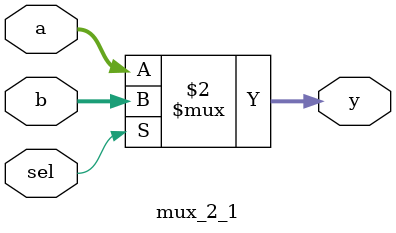
<source format=v>
module mux_2_1(a,b,sel,y);
  input [15:0] a,b;
  input sel;
  output [15:0] y;

  assign y = (sel == 1'b0) ? a : b;
endmodule
</source>
